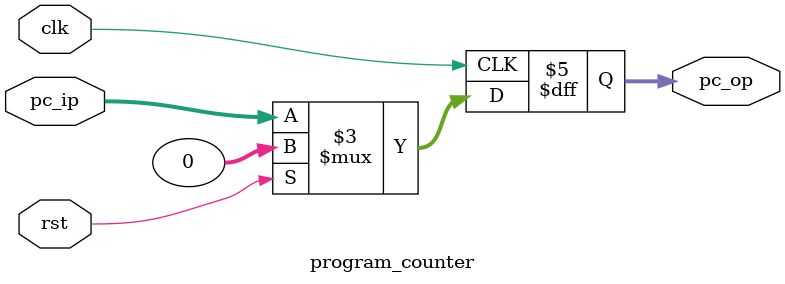
<source format=v>
`timescale 1ns / 1ps

module program_counter(
    input [31:0] pc_ip,
    input clk,
    input rst,
    output reg [31:0] pc_op
    );

    always @(posedge clk) begin
        if(rst) begin
            pc_op <= 32'b0;
        end else begin
            pc_op <= pc_ip;
        end
    end

endmodule
</source>
